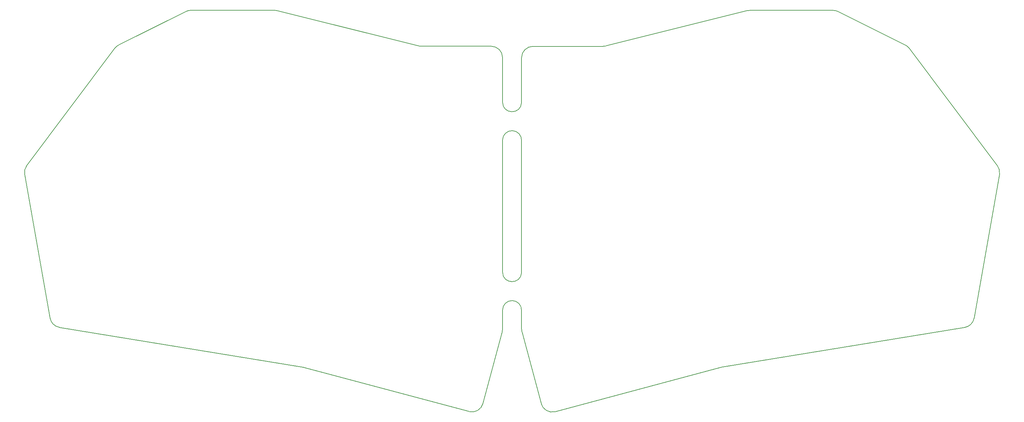
<source format=gbr>
%TF.GenerationSoftware,KiCad,Pcbnew,8.0.4*%
%TF.CreationDate,2024-11-04T03:11:28+01:00*%
%TF.ProjectId,Whiplaesh,57686970-6c61-4657-9368-2e6b69636164,0.1*%
%TF.SameCoordinates,Original*%
%TF.FileFunction,Profile,NP*%
%FSLAX46Y46*%
G04 Gerber Fmt 4.6, Leading zero omitted, Abs format (unit mm)*
G04 Created by KiCad (PCBNEW 8.0.4) date 2024-11-04 03:11:28*
%MOMM*%
%LPD*%
G01*
G04 APERTURE LIST*
%TA.AperFunction,Profile*%
%ADD10C,0.150000*%
%TD*%
G04 APERTURE END LIST*
D10*
X142423621Y-137462927D02*
X147497777Y-118525919D01*
X236100088Y-33887421D02*
X253831926Y-42753340D01*
X152600000Y-57949444D02*
X152616634Y-46070685D01*
X147599848Y-102753361D02*
X147600000Y-67849444D01*
X126118886Y-43046129D02*
G75*
G02*
X125391278Y-42956560I14J3000229D01*
G01*
X152601847Y-102853361D02*
X152598153Y-67945527D01*
X157792600Y-137487500D02*
X152718444Y-118550492D01*
X174824941Y-42981130D02*
G75*
G02*
X174097335Y-43070692I-727441J2909430D01*
G01*
X147600000Y-117749444D02*
X147601847Y-112753361D01*
X142423621Y-137462927D02*
G75*
G02*
X138749399Y-139584201I-2897721J776427D01*
G01*
X254891922Y-43638805D02*
X278072650Y-74605082D01*
X30757655Y-117326669D02*
G75*
G02*
X28289100Y-114887214I485845J2960369D01*
G01*
X147600000Y-67849444D02*
G75*
G02*
X152598153Y-67945527I2500000J4D01*
G01*
X155616634Y-43070702D02*
X174097335Y-43070702D01*
X269458565Y-117351242D02*
X205283197Y-127883510D01*
X212108361Y-33660275D02*
G75*
G02*
X212835968Y-33570704I727539J-2909925D01*
G01*
X45324299Y-43614232D02*
X22143571Y-74580509D01*
X152616221Y-117774017D02*
X152599999Y-112845770D01*
X21590784Y-76899270D02*
G75*
G02*
X22143571Y-74580509I2954486J520930D01*
G01*
X45324299Y-43614232D02*
G75*
G02*
X46384289Y-42728755I2401801J-1797968D01*
G01*
X64116133Y-33862848D02*
X46384295Y-42728767D01*
X144599587Y-43046129D02*
X126118886Y-43046129D01*
X147598001Y-57849444D02*
X147599587Y-46046112D01*
X152600000Y-57949444D02*
G75*
G02*
X147597999Y-57849444I-2500000J100044D01*
G01*
X64116133Y-33862848D02*
G75*
G02*
X65457773Y-33546107I1341567J-2682752D01*
G01*
X204992591Y-127946129D02*
G75*
G02*
X205283197Y-127883511I776509J-2898071D01*
G01*
X212835968Y-33570702D02*
X234758447Y-33570702D01*
X152601847Y-102853361D02*
G75*
G02*
X147599855Y-102753361I-2499997J99971D01*
G01*
X152718444Y-118550492D02*
G75*
G02*
X152616199Y-117774018I2898156J776592D01*
G01*
X144599587Y-43046129D02*
G75*
G02*
X147599571Y-46046112I213J-2999771D01*
G01*
X125391279Y-42956557D02*
X88107859Y-33635702D01*
X234758447Y-33570702D02*
G75*
G02*
X236100096Y-33887404I-147J-3000798D01*
G01*
X161466834Y-139608821D02*
G75*
G02*
X157792597Y-137487501I-776434J2897821D01*
G01*
X95223630Y-127921556D02*
X138749386Y-139584248D01*
X87380253Y-33546129D02*
G75*
G02*
X88107856Y-33635712I-153J-3000871D01*
G01*
X147601987Y-112753361D02*
G75*
G02*
X152600006Y-112845770I2499863J-29D01*
G01*
X94933024Y-127858937D02*
G75*
G02*
X95223628Y-127921559I-485924J-2960563D01*
G01*
X174824941Y-42981130D02*
X212108361Y-33660275D01*
X204992591Y-127946129D02*
X161466834Y-139608821D01*
X147600000Y-117749444D02*
G75*
G02*
X147497790Y-118525923I-3000100J-56D01*
G01*
X278072650Y-74605082D02*
G75*
G02*
X278625472Y-76923849I-2401450J-1797818D01*
G01*
X21590784Y-76899270D02*
X28289084Y-114887217D01*
X87380253Y-33546129D02*
X65457773Y-33546129D01*
X271927137Y-114911790D02*
G75*
G02*
X269458574Y-117351297I-2954437J520890D01*
G01*
X278625437Y-76923843D02*
X271927137Y-114911790D01*
X30757655Y-117326669D02*
X94933024Y-127858937D01*
X253831926Y-42753340D02*
G75*
G02*
X254891921Y-43638806I-1341626J-2683260D01*
G01*
X152616634Y-46070685D02*
G75*
G02*
X155616634Y-43070734I3000166J-215D01*
G01*
M02*

</source>
